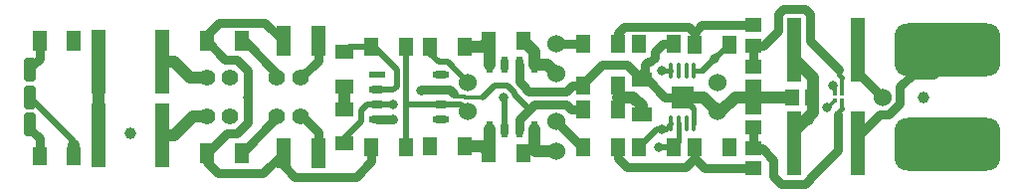
<source format=gbr>
%FSTAX23Y23*%
%MOMM*%
%SFA1B1*%

%IPPOS*%
%AMD32*
4,1,8,-0.500380,0.749300,-0.500380,-0.749300,-0.248920,-1.000760,0.248920,-1.000760,0.500380,-0.749300,0.500380,0.749300,0.248920,1.000760,-0.248920,1.000760,-0.500380,0.749300,0.0*
1,1,0.500000,-0.248920,0.749300*
1,1,0.500000,-0.248920,-0.749300*
1,1,0.500000,0.248920,-0.749300*
1,1,0.500000,0.248920,0.749300*
%
%AMD33*
4,1,8,3.375660,2.250440,-3.375660,2.250440,-4.500880,1.125220,-4.500880,-1.125220,-3.375660,-2.250440,3.375660,-2.250440,4.500880,-1.125220,4.500880,1.125220,3.375660,2.250440,0.0*
1,1,2.250000,3.375660,1.125220*
1,1,2.250000,-3.375660,1.125220*
1,1,2.250000,-3.375660,-1.125220*
1,1,2.250000,3.375660,-1.125220*
%
%ADD10O,1.449997X0.599999*%
%ADD11R,1.449997X0.599999*%
%ADD12O,0.599999X1.449997*%
%ADD13R,0.599999X1.449997*%
%ADD14O,0.419999X1.349997*%
%ADD15R,1.979996X1.879996*%
%ADD16R,1.299997X1.549997*%
%ADD17R,1.549997X1.299997*%
%ADD18R,1.199998X1.349997*%
%ADD19R,1.349997X1.199998*%
%ADD20R,0.399999X0.299999*%
%ADD21C,0.999998*%
%ADD22R,1.149998X1.749997*%
%ADD23R,1.749997X1.149998*%
%ADD24R,1.299997X5.399989*%
%ADD25R,1.149998X2.649995*%
%ADD26C,0.299999*%
%ADD27C,0.799998*%
%ADD28C,0.399999*%
%ADD29C,0.999998*%
%ADD30C,0.499999*%
%ADD31C,1.399997*%
G04~CAMADD=32~8~0.0~0.0~787.4~393.7~98.4~0.0~15~0.0~0.0~0.0~0.0~0~0.0~0.0~0.0~0.0~0~0.0~0.0~0.0~90.0~394.0~788.0*
%ADD32D32*%
G04~CAMADD=33~8~0.0~0.0~3543.3~1771.7~442.9~0.0~15~0.0~0.0~0.0~0.0~0~0.0~0.0~0.0~0.0~0~0.0~0.0~0.0~0.0~3543.3~1771.7*
%ADD33D33*%
%ADD34C,1.523997*%
%ADD35C,0.599999*%
%ADD36C,0.799998*%
%ADD37C,0.999998*%
%LNmicamp_copper_signal_top-1*%
%LPD*%
G54D10*
X35924Y06094D03*
Y07364D03*
Y08634D03*
Y09904D03*
X30474Y06094D03*
Y07364D03*
Y08634D03*
G54D11*
X30474Y09904D03*
G54D12*
X43904Y10724D03*
X42634D03*
X41364D03*
X40094D03*
X43904Y05274D03*
X42634D03*
X41364D03*
G54D13*
X40094Y05274D03*
G54D14*
X55524Y05774D03*
X56174D03*
X56824D03*
X57474D03*
X55524Y10224D03*
X56174D03*
X56824D03*
X57474D03*
G54D15*
X56499Y07999D03*
G54D16*
X48024Y08999D03*
X50974D03*
Y06974D03*
X48024D03*
X42974Y12749D03*
X40024D03*
X32974Y12249D03*
X30024D03*
X04724Y02999D03*
X01774D03*
X37974Y12249D03*
X35024D03*
X48024Y12499D03*
X50974D03*
X48024Y03699D03*
X50974D03*
X37974Y03774D03*
X35024D03*
X32974Y03749D03*
X30024D03*
X57524D03*
X60474D03*
X57524Y12474D03*
X60474D03*
X42974Y03249D03*
X40024D03*
X55724Y03749D03*
X52774D03*
Y12499D03*
X55724D03*
G54D17*
X27749Y11824D03*
Y08874D03*
Y04024D03*
Y06974D03*
G54D18*
X65799Y07999D03*
X67499D03*
G54D19*
X62499Y14099D03*
Y12399D03*
Y01924D03*
Y03624D03*
Y05399D03*
Y07099D03*
Y10599D03*
Y08899D03*
G54D20*
X69429Y08319D03*
Y07679D03*
X70069D03*
Y08319D03*
G54D21*
X09499Y04949D03*
X76999Y07999D03*
G54D22*
X04724Y12749D03*
X01774D03*
X18974D03*
X16024D03*
Y03249D03*
X18974D03*
G54D23*
X52999Y09474D03*
Y06524D03*
G54D24*
X65999Y12059D03*
X71399D03*
X06799Y10999D03*
X12199D03*
Y04749D03*
X06799D03*
X65999Y04024D03*
X71399D03*
G54D25*
X25474Y12749D03*
X22524D03*
Y03249D03*
X25474D03*
G54D26*
X68859Y07099D02*
X69439Y07679D01*
X70059Y08319D02*
Y09649D01*
X69439Y08319D02*
Y08809D01*
X70059Y07034D02*
Y07679D01*
X37989Y07999D02*
X39524D01*
X37951Y08037D02*
X37989Y07999D01*
X37281Y08037D02*
X37951D01*
X36999Y08319D02*
X37281Y08037D01*
G54D27*
X74999Y07474D02*
Y08899D01*
X74049Y06524D02*
X74999Y07474D01*
X73274Y06524D02*
X74049D01*
X74999Y08899D02*
X76026Y09926D01*
X77866*
X78999Y11059*
X71399Y10099D02*
X73499Y07999D01*
X71399Y10099D02*
Y12059D01*
X54999Y07999D02*
X56499D01*
X00999Y05249D02*
Y05699D01*
X00899Y10399D02*
X01774Y11274D01*
X71399Y04649D02*
X73274Y06524D01*
X69749Y03499D02*
Y06499D01*
X67349Y01099D02*
X69749Y03499D01*
X67349Y12774D02*
X69824Y10299D01*
X67349Y01035D02*
Y01099D01*
X66939Y00624D02*
X67349Y01035D01*
X64874Y00624D02*
X66939D01*
X64249Y01249D02*
X64874Y00624D01*
X64249Y01249D02*
Y02649D01*
X63274Y03624D02*
X64249Y02649D01*
X62499Y03624D02*
X63274D01*
X67349Y12774D02*
Y15049D01*
X66939Y15459D02*
X67349Y15049D01*
X6506Y15459D02*
X66939D01*
X64649Y15049D02*
X6506Y15459D01*
X64649Y13649D02*
Y15049D01*
X63399Y12399D02*
X64649Y13649D01*
X62499Y12399D02*
X63399D01*
X53749Y10999D02*
X54124Y11374D01*
X53524Y10999D02*
X53749D01*
X53281Y10756D02*
X53524Y10999D01*
X54124Y11374D02*
Y11824D01*
X52999Y09999D02*
X53281Y10281D01*
Y10756*
X34249Y08549D02*
X34334Y08634D01*
X35924*
X43454Y06954D02*
X43864Y07364D01*
X42634Y06134D02*
X43454Y06954D01*
X43149Y08734D02*
X43384Y08499D01*
X43149Y08734D02*
Y08786D01*
X42634Y09301D02*
X43149Y08786D01*
X42634Y09301D02*
Y10724D01*
X36684Y08634D02*
X36999Y08319D01*
X35924Y08634D02*
X36684D01*
X57524Y13474D02*
X58149Y14099D01*
X62499*
X57524Y02774D02*
X58374Y01924D01*
X62499*
Y03624D02*
Y05399D01*
Y10599D02*
Y12399D01*
X56749Y01999D02*
X57524Y02774D01*
X51749Y01999D02*
X56749D01*
X50974Y02774D02*
X51749Y01999D01*
X50974Y02774D02*
Y03774D01*
X56999Y13999D02*
X57524Y13474D01*
X51499Y13999D02*
X56999D01*
X50974Y13474D02*
X51499Y13999D01*
X50974Y12499D02*
Y13474D01*
X52999Y09474D02*
Y09999D01*
X54124Y11824D02*
X54799Y12499D01*
X55724*
X53524Y09474D02*
X54999Y07999D01*
X52999Y09474D02*
X53524D01*
X48024Y08999D02*
Y09124D01*
X49624Y10724*
X51749*
X52999Y09474*
X43384Y08499D02*
X46614D01*
X47114Y08999*
X48024*
X42634Y05274D02*
Y06134D01*
X43864Y07364D02*
X46634D01*
X47024Y06974*
X48024*
X47874Y03774D02*
X48024D01*
X45749Y05899D02*
X47874Y03774D01*
X45749Y12499D02*
X48024D01*
X01774Y02999D02*
Y04474D01*
X00999Y05249D02*
X01774Y04474D01*
Y11274D02*
Y12749D01*
X30474Y06094D02*
X31884D01*
X19499Y07999D02*
Y10249D01*
X18574Y11174D02*
X19499Y10249D01*
X17599Y11174D02*
X18574D01*
X30024Y02524D02*
Y03749D01*
X28724Y01224D02*
X30024Y02524D01*
X23524Y01224D02*
X28724D01*
X22524Y02224D02*
X23524Y01224D01*
X22524Y02224D02*
Y03249D01*
X19499Y0587D02*
Y07999D01*
X20774Y01499D02*
X22524Y03249D01*
X16999Y01499D02*
X20774D01*
X16024Y02474D02*
X16999Y01499D01*
X16024Y02474D02*
Y03249D01*
X20949Y14324D02*
X22524Y12749D01*
X17074Y14324D02*
X20949D01*
X16024Y13274D02*
X17074Y14324D01*
X16024Y12749D02*
Y13274D01*
X23999Y0635D02*
X24149D01*
X25474Y05024*
Y03249D02*
Y05024D01*
X23999Y09649D02*
X25474Y11124D01*
Y12749*
X21999Y06274D02*
Y0635D01*
X18974Y03249D02*
X21999Y06274D01*
Y09649D02*
Y09999D01*
X19249Y12749D02*
X21999Y09999D01*
X18974Y12749D02*
X19249D01*
X16024Y03249D02*
X17724Y04949D01*
X18579*
X19499Y0587*
X16024Y12749D02*
X17599Y11174D01*
G54D28*
X69824Y09884D02*
X70059Y09649D01*
X69824Y09884D02*
Y10299D01*
X78999Y11059D02*
Y12059D01*
X73499Y07999D02*
X73999D01*
X68749Y07099D02*
X68859D01*
X71399Y04024D02*
Y04649D01*
X69524Y06499D02*
X69749D01*
X69524D02*
X70059Y07034D01*
X54749Y10224D02*
X55524D01*
X57474D02*
X58224D01*
X57474Y05774D02*
Y07024D01*
X55024Y05274D02*
X55524Y05774D01*
X56174Y04199D02*
Y05774D01*
G54D29*
X50974Y07999D02*
X51999D01*
X27749D02*
Y08874D01*
Y06974D02*
Y07999D01*
X60999D02*
X65899D01*
X56499D02*
X58249D01*
X65999Y05099D02*
X67599Y06699D01*
Y07999D02*
Y09649D01*
X65999Y11249D02*
X67599Y09649D01*
X65999Y11249D02*
Y12059D01*
X67599Y06699D02*
Y07999D01*
X65999Y04024D02*
Y05099D01*
X65899Y07999D02*
D01*
X51999D02*
X52249D01*
X59749Y06749D02*
X60999Y07999D01*
X59499Y06749D02*
X59749D01*
X58249Y07999D02*
X59499Y06749D01*
X52999Y06524D02*
Y07249D01*
X52249Y07999D02*
X52999Y07249D01*
X39499Y03774D02*
X40024Y03249D01*
X37974Y03774D02*
X39499D01*
X40024Y03249D02*
X40094Y03319D01*
Y05274*
X39524Y12249D02*
X40024Y12749D01*
X37974Y12249D02*
X39524D01*
X40024Y12749D02*
X40094Y12679D01*
Y10724D02*
Y12679D01*
X42974Y12749D02*
X43904Y11819D01*
Y10724D02*
Y11819D01*
X43999Y03399D02*
X45749D01*
X43904Y03494D02*
X43999Y03399D01*
X43904Y03494D02*
Y05274D01*
X45024Y10724D02*
X45749Y09999D01*
X43904Y10724D02*
X45024D01*
X06799Y07874D02*
Y10999D01*
Y04749D02*
Y07874D01*
X04724Y02999D02*
Y03899D01*
X14849Y0635D02*
X15999D01*
X13249Y04749D02*
X14849Y0635D01*
X12199Y04749D02*
X13249D01*
X14599Y09649D02*
X15999D01*
X13249Y10999D02*
X14599Y09649D01*
X12199Y10999D02*
X13249D01*
G54D30*
X04724Y03899D02*
Y04249D01*
X00999Y07974D02*
X04724Y04249D01*
X00999Y07974D02*
Y07999D01*
X56499D02*
X57474Y07024D01*
X75939Y03939D02*
X78999D01*
X59249Y11249D02*
X60474Y12474D01*
X58224Y10224D02*
X59249Y11249D01*
X43429Y06954D02*
X43454D01*
X42199Y08184D02*
X43429Y06954D01*
X42199Y08184D02*
Y08393D01*
X41593Y08999D02*
X42199Y08393D01*
X40524Y08999D02*
X41593D01*
X41249Y07999D02*
X41364Y07884D01*
X39524Y07999D02*
X40524Y08999D01*
X35951Y07337D02*
X37661D01*
X35924Y07364D02*
X35951Y07337D01*
X37661D02*
X38249Y06749D01*
X36499Y10999D02*
X38249Y09249D01*
X35749Y10999D02*
X36499D01*
X41364Y05274D02*
Y07884D01*
X54299Y05274D02*
X55024D01*
X54499Y03749D02*
X55724D01*
X60474Y12474D02*
D01*
X52774Y03749D02*
X54299Y05274D01*
X55724Y03749D02*
X56174Y04199D01*
X52774Y12474D02*
Y12499D01*
X30474Y07364D02*
X31884D01*
X29199Y06874D02*
X29689Y07364D01*
X29199Y05899D02*
Y06874D01*
X27749Y11824D02*
X28174Y12249D01*
X30024*
X30224*
X32174Y10299*
Y08924D02*
Y10299D01*
X31884Y08634D02*
X32174Y08924D01*
X30474Y08634D02*
X31884D01*
X35024Y11724D02*
X35749Y10999D01*
X35024Y11724D02*
Y12249D01*
X27749Y04024D02*
Y04449D01*
X29199Y05899*
X29689Y07364D02*
X30274D01*
X32974D02*
Y12249D01*
Y04249D02*
Y07364D01*
X35724*
G54D31*
X23999Y09649D03*
X21999D03*
X17999D03*
X15999D03*
Y0635D03*
X17999D03*
X21999D03*
X23999D03*
G54D32*
X00999Y05699D03*
Y07999D03*
Y10299D03*
G54D33*
X78999Y03939D03*
Y12059D03*
G54D34*
X73499Y07999D03*
X38249Y06749D03*
Y09249D03*
X45749Y12499D03*
Y09999D03*
Y05899D03*
Y03399D03*
X59499Y09249D03*
Y06749D03*
G54D35*
X55949Y07449D03*
Y08549D03*
X57049Y07449D03*
Y08549D03*
G54D36*
X68749Y07099D03*
X69249Y08999D03*
X67249Y05999D03*
X35024Y03774D03*
X04749Y12749D03*
X60499Y03749D03*
X34249Y08549D03*
X41249Y07999D03*
X27749D03*
X59249Y11249D03*
X54749Y10224D03*
Y05249D03*
X52774Y12474D03*
X54499Y03749D03*
X06799Y07874D03*
X19499Y07999D03*
X31884Y07364D03*
Y06094D03*
G54D37*
X51999Y07999D03*
M02*
</source>
